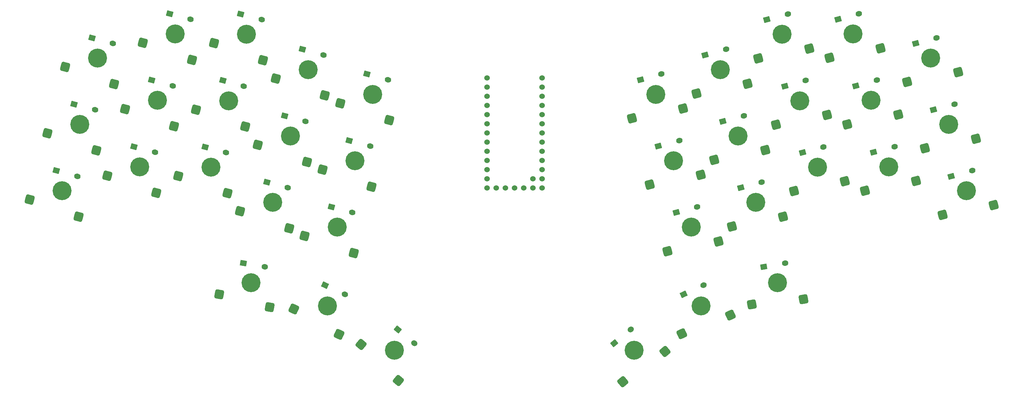
<source format=gbr>
%TF.GenerationSoftware,KiCad,Pcbnew,8.0.1*%
%TF.CreationDate,2024-04-02T20:58:10+09:00*%
%TF.ProjectId,lazyboy36,6c617a79-626f-4793-9336-2e6b69636164,rev?*%
%TF.SameCoordinates,Original*%
%TF.FileFunction,Soldermask,Top*%
%TF.FilePolarity,Negative*%
%FSLAX46Y46*%
G04 Gerber Fmt 4.6, Leading zero omitted, Abs format (unit mm)*
G04 Created by KiCad (PCBNEW 8.0.1) date 2024-04-02 20:58:10*
%MOMM*%
%LPD*%
G01*
G04 APERTURE LIST*
G04 Aperture macros list*
%AMRoundRect*
0 Rectangle with rounded corners*
0 $1 Rounding radius*
0 $2 $3 $4 $5 $6 $7 $8 $9 X,Y pos of 4 corners*
0 Add a 4 corners polygon primitive as box body*
4,1,4,$2,$3,$4,$5,$6,$7,$8,$9,$2,$3,0*
0 Add four circle primitives for the rounded corners*
1,1,$1+$1,$2,$3*
1,1,$1+$1,$4,$5*
1,1,$1+$1,$6,$7*
1,1,$1+$1,$8,$9*
0 Add four rect primitives between the rounded corners*
20,1,$1+$1,$2,$3,$4,$5,0*
20,1,$1+$1,$4,$5,$6,$7,0*
20,1,$1+$1,$6,$7,$8,$9,0*
20,1,$1+$1,$8,$9,$2,$3,0*%
%AMHorizOval*
0 Thick line with rounded ends*
0 $1 width*
0 $2 $3 position (X,Y) of the first rounded end (center of the circle)*
0 $4 $5 position (X,Y) of the second rounded end (center of the circle)*
0 Add line between two ends*
20,1,$1,$2,$3,$4,$5,0*
0 Add two circle primitives to create the rounded ends*
1,1,$1,$2,$3*
1,1,$1,$4,$5*%
%AMRotRect*
0 Rectangle, with rotation*
0 The origin of the aperture is its center*
0 $1 length*
0 $2 width*
0 $3 Rotation angle, in degrees counterclockwise*
0 Add horizontal line*
21,1,$1,$2,0,0,$3*%
G04 Aperture macros list end*
%ADD10C,5.250000*%
%ADD11RoundRect,0.500000X-0.925029X-0.554478X0.523860X-0.942707X0.925029X0.554478X-0.523860X0.942707X0*%
%ADD12RoundRect,0.500000X-0.523860X-0.942707X0.925029X-0.554478X0.523860X0.942707X-0.925029X0.554478X0*%
%ADD13C,1.524000*%
%ADD14RoundRect,0.500000X-0.352202X-1.019352X1.007260X-0.385425X0.352202X1.019352X-1.007260X0.385425X0*%
%ADD15RoundRect,0.500000X-0.873183X-0.632990X0.604028X-0.893462X0.873183X0.632990X-0.604028X0.893462X0*%
%ADD16RoundRect,0.500000X-1.007260X-0.385425X0.352202X-1.019352X1.007260X0.385425X-0.352202X1.019352X0*%
%ADD17RoundRect,0.500000X-0.076373X-1.075775X1.072694X-0.111594X0.076373X1.075775X-1.072694X0.111594X0*%
%ADD18RoundRect,0.500000X-1.072694X-0.111594X0.076373X-1.075775X1.072694X0.111594X-0.076373X1.075775X0*%
%ADD19RoundRect,0.500000X-0.604028X-0.893462X0.873183X-0.632990X0.604028X0.893462X-0.873183X0.632990X0*%
%ADD20HorizOval,1.524000X0.122673X0.032870X-0.122673X-0.032870X0*%
%ADD21RotRect,1.778000X1.524000X15.000000*%
%ADD22RotRect,1.778000X1.524000X350.000000*%
%ADD23HorizOval,1.524000X0.125071X-0.022053X-0.125071X0.022053X0*%
%ADD24HorizOval,1.524000X0.097288X0.081634X-0.097288X-0.081634X0*%
%ADD25RotRect,1.778000X1.524000X40.000000*%
%ADD26RotRect,1.778000X1.524000X345.000000*%
%ADD27HorizOval,1.524000X0.122673X-0.032870X-0.122673X0.032870X0*%
%ADD28HorizOval,1.524000X0.115101X0.053673X-0.115101X-0.053673X0*%
%ADD29RotRect,1.778000X1.524000X25.000000*%
%ADD30RotRect,1.778000X1.524000X320.000000*%
%ADD31HorizOval,1.524000X0.097288X-0.081634X-0.097288X0.081634X0*%
%ADD32RotRect,1.778000X1.524000X335.000000*%
%ADD33HorizOval,1.524000X0.115101X-0.053673X-0.115101X0.053673X0*%
%ADD34HorizOval,1.524000X0.125071X0.022053X-0.125071X-0.022053X0*%
%ADD35RotRect,1.778000X1.524000X10.000000*%
G04 APERTURE END LIST*
D10*
%TO.C,SW21*%
X23276873Y-103887713D03*
D11*
X14260572Y-106337602D03*
X27849848Y-111065876D03*
%TD*%
D10*
%TO.C,SW4*%
X91446368Y-70286338D03*
D11*
X82430067Y-72736227D03*
X96019343Y-77464501D03*
%TD*%
D10*
%TO.C,SW24*%
X81585361Y-107088112D03*
D11*
X72569060Y-109538001D03*
X86158336Y-114266275D03*
%TD*%
D12*
%TO.C,SW29*%
X259755783Y-101157224D03*
X245622987Y-103857055D03*
D10*
X252206389Y-97227240D03*
%TD*%
%TO.C,SW25*%
X99468610Y-113950466D03*
D11*
X90452309Y-116400355D03*
X104041585Y-121128629D03*
%TD*%
D12*
%TO.C,SW26*%
X205070760Y-117880584D03*
X190937964Y-120580415D03*
D10*
X197521366Y-113950600D03*
%TD*%
D13*
%TO.C,U1*%
X156176400Y-72597000D03*
X156176400Y-75137000D03*
X156176400Y-77677000D03*
X156176400Y-80217000D03*
X156176400Y-82757000D03*
X156176400Y-85297000D03*
X156176400Y-87837000D03*
X156176400Y-90377000D03*
X156176400Y-92917000D03*
X156176400Y-95457000D03*
X156176400Y-97997000D03*
X156176400Y-100537000D03*
X156176400Y-103077000D03*
X153636400Y-103077000D03*
X151096400Y-103077000D03*
X148556400Y-103077000D03*
X146016400Y-103077000D03*
X143476400Y-103077000D03*
X140936400Y-103077000D03*
X140936400Y-100537000D03*
X140936400Y-97997000D03*
X140936400Y-95457000D03*
X140936400Y-92917000D03*
X140936400Y-90377000D03*
X140936400Y-87837000D03*
X140936400Y-85297000D03*
X140936400Y-82757000D03*
X140936400Y-80217000D03*
X140936400Y-77677000D03*
X140936400Y-75137000D03*
X140936400Y-72597000D03*
X153635000Y-100537000D03*
%TD*%
D12*
%TO.C,SW16*%
X200140257Y-99479697D03*
X186007461Y-102179528D03*
D10*
X192590863Y-95549713D03*
%TD*%
%TO.C,SW14*%
X86515865Y-88687225D03*
D11*
X77499564Y-91137114D03*
X91088840Y-95865388D03*
%TD*%
D12*
%TO.C,SW9*%
X249894777Y-64355450D03*
X235761981Y-67055281D03*
D10*
X242345383Y-60425466D03*
%TD*%
%TO.C,SW12*%
X49714090Y-78826219D03*
D11*
X40697789Y-81276108D03*
X54287065Y-86004382D03*
%TD*%
D10*
%TO.C,SW1*%
X33137877Y-67085939D03*
D11*
X24121576Y-69535828D03*
X37710852Y-74264102D03*
%TD*%
D12*
%TO.C,SW6*%
X195209754Y-81078810D03*
X181076958Y-83778641D03*
D10*
X187660360Y-77148826D03*
%TD*%
D12*
%TO.C,SW10*%
X271401494Y-71016056D03*
X257268698Y-73715887D03*
D10*
X263852100Y-67086072D03*
%TD*%
D12*
%TO.C,SW17*%
X218023506Y-92617342D03*
X203890710Y-95317173D03*
D10*
X210474112Y-88687358D03*
%TD*%
D14*
%TO.C,SW35*%
X208382489Y-138337570D03*
X194933223Y-143450519D03*
D10*
X200265353Y-135778230D03*
%TD*%
D12*
%TO.C,SW28*%
X240060802Y-101258097D03*
X225928006Y-103957928D03*
D10*
X232511408Y-97328113D03*
%TD*%
%TO.C,SW3*%
X74339576Y-60526206D03*
D11*
X65323275Y-62976095D03*
X78912551Y-67704369D03*
%TD*%
D10*
%TO.C,SW31*%
X75603400Y-129349116D03*
D15*
X66834931Y-132575503D03*
X80784592Y-136101403D03*
%TD*%
D10*
%TO.C,SW32*%
X96724623Y-135778098D03*
D16*
X87419882Y-136625102D03*
X99981649Y-143641297D03*
%TD*%
D10*
%TO.C,SW23*%
X64478569Y-97327980D03*
D11*
X55462268Y-99777869D03*
X69051544Y-104506143D03*
%TD*%
D10*
%TO.C,SW22*%
X44783587Y-97227106D03*
D11*
X35767286Y-99676995D03*
X49356562Y-104405269D03*
%TD*%
D17*
%TO.C,SW34*%
X190205474Y-148385764D03*
X178537809Y-156805420D03*
D10*
X181702516Y-148014501D03*
%TD*%
D12*
%TO.C,SW19*%
X254825280Y-82756337D03*
X240692484Y-85456168D03*
D10*
X247275886Y-78826353D03*
%TD*%
D12*
%TO.C,SW7*%
X213093003Y-74216455D03*
X198960207Y-76916286D03*
D10*
X205543609Y-70286471D03*
%TD*%
%TO.C,SW13*%
X69409072Y-78927093D03*
D11*
X60392771Y-81376982D03*
X73982047Y-86105256D03*
%TD*%
D10*
%TO.C,SW2*%
X54644594Y-60425332D03*
D11*
X45628293Y-62875221D03*
X59217569Y-67603495D03*
%TD*%
D10*
%TO.C,SW33*%
X115287460Y-148014369D03*
D18*
X106080549Y-146424268D03*
X116398360Y-156452617D03*
%TD*%
D12*
%TO.C,SW18*%
X235130298Y-82857210D03*
X220997502Y-85557041D03*
D10*
X227580904Y-78927226D03*
%TD*%
%TO.C,SW15*%
X104399114Y-95549579D03*
D11*
X95382813Y-97999468D03*
X108972089Y-102727742D03*
%TD*%
D10*
%TO.C,SW11*%
X28207375Y-85486826D03*
D11*
X19191074Y-87936715D03*
X32780350Y-92664989D03*
%TD*%
D12*
%TO.C,SW27*%
X222954009Y-111018229D03*
X208821213Y-113718060D03*
D10*
X215404615Y-107088245D03*
%TD*%
D12*
%TO.C,SW20*%
X276331997Y-89416943D03*
X262199201Y-92116774D03*
D10*
X268782603Y-85486959D03*
%TD*%
D12*
%TO.C,SW30*%
X281262498Y-107817831D03*
X267129702Y-110517662D03*
D10*
X273713104Y-103887847D03*
%TD*%
D12*
%TO.C,SW8*%
X230199795Y-64456323D03*
X216066999Y-67156154D03*
D10*
X222650401Y-60526339D03*
%TD*%
%TO.C,SW5*%
X109329617Y-77148692D03*
D11*
X100313316Y-79598581D03*
X113902592Y-84326855D03*
%TD*%
D19*
%TO.C,SW36*%
X228564723Y-133922250D03*
X214250401Y-135380053D03*
D10*
X221386577Y-129349248D03*
%TD*%
D20*
%TO.C,D26*%
X199125049Y-108344513D03*
D21*
X193329495Y-109897427D03*
%TD*%
D20*
%TO.C,D17*%
X212077794Y-83081272D03*
D21*
X206282240Y-84634186D03*
%TD*%
D22*
%TO.C,D31*%
X73517219Y-123904131D03*
D23*
X79426065Y-124946023D03*
%TD*%
D24*
%TO.C,D34*%
X180787711Y-142255916D03*
D25*
X176191445Y-146112642D03*
%TD*%
D20*
%TO.C,D7*%
X207147291Y-64680385D03*
D21*
X201351737Y-66233299D03*
%TD*%
D20*
%TO.C,D30*%
X275316786Y-98281761D03*
D21*
X269521232Y-99834675D03*
%TD*%
D20*
%TO.C,D20*%
X270386283Y-79880874D03*
D21*
X264590729Y-81433788D03*
%TD*%
D26*
%TO.C,D24*%
X79981679Y-101482026D03*
D27*
X85777233Y-103034940D03*
%TD*%
D20*
%TO.C,D18*%
X229184587Y-73321140D03*
D21*
X223389033Y-74874054D03*
%TD*%
D20*
%TO.C,D9*%
X243949065Y-54819380D03*
D21*
X238153511Y-56372294D03*
%TD*%
D28*
%TO.C,D35*%
X200871184Y-129978836D03*
D29*
X195433338Y-132514546D03*
%TD*%
D26*
%TO.C,D12*%
X48110408Y-73220133D03*
D27*
X53905962Y-74773047D03*
%TD*%
D20*
%TO.C,D27*%
X217008297Y-101482159D03*
D21*
X211212743Y-103035073D03*
%TD*%
D26*
%TO.C,D5*%
X107725935Y-71542606D03*
D27*
X113521489Y-73095520D03*
%TD*%
D20*
%TO.C,D28*%
X234115088Y-91722027D03*
D21*
X228319534Y-93274941D03*
%TD*%
D26*
%TO.C,D4*%
X89842686Y-64680252D03*
D27*
X95638240Y-66233166D03*
%TD*%
D26*
%TO.C,D13*%
X67805391Y-73321007D03*
D27*
X73600945Y-74873921D03*
%TD*%
D20*
%TO.C,D29*%
X253810072Y-91621153D03*
D21*
X248014518Y-93174067D03*
%TD*%
D30*
%TO.C,D33*%
X116203266Y-142255784D03*
D31*
X120799532Y-146112510D03*
%TD*%
D26*
%TO.C,D2*%
X53040911Y-54819246D03*
D27*
X58836465Y-56372160D03*
%TD*%
D26*
%TO.C,D23*%
X62874889Y-91721894D03*
D27*
X68670443Y-93274808D03*
%TD*%
D26*
%TO.C,D25*%
X97864928Y-108344380D03*
D27*
X103660482Y-109897294D03*
%TD*%
D20*
%TO.C,D10*%
X265455781Y-61479986D03*
D21*
X259660227Y-63032900D03*
%TD*%
D26*
%TO.C,D22*%
X43179905Y-91621020D03*
D27*
X48975459Y-93173934D03*
%TD*%
D26*
%TO.C,D15*%
X102795431Y-89943493D03*
D27*
X108590985Y-91496407D03*
%TD*%
D26*
%TO.C,D21*%
X21673191Y-98281627D03*
D27*
X27468745Y-99834541D03*
%TD*%
D20*
%TO.C,D16*%
X194194545Y-89943627D03*
D21*
X188398991Y-91496541D03*
%TD*%
D20*
%TO.C,D19*%
X248879568Y-73220267D03*
D21*
X243084014Y-74773181D03*
%TD*%
D32*
%TO.C,D32*%
X96118792Y-129978703D03*
D33*
X101556638Y-132514413D03*
%TD*%
D26*
%TO.C,D14*%
X84912182Y-83081139D03*
D27*
X90707736Y-84634053D03*
%TD*%
D26*
%TO.C,D1*%
X31534197Y-61479853D03*
D27*
X37329751Y-63032767D03*
%TD*%
D26*
%TO.C,D3*%
X72735893Y-54920120D03*
D27*
X78531447Y-56473034D03*
%TD*%
D20*
%TO.C,D8*%
X224254083Y-54920253D03*
D21*
X218458529Y-56473167D03*
%TD*%
D34*
%TO.C,D36*%
X223472758Y-123904265D03*
D35*
X217563912Y-124946157D03*
%TD*%
D26*
%TO.C,D11*%
X26603694Y-79880740D03*
D27*
X32399248Y-81433654D03*
%TD*%
D20*
%TO.C,D6*%
X189264042Y-71542740D03*
D21*
X183468488Y-73095654D03*
%TD*%
M02*

</source>
